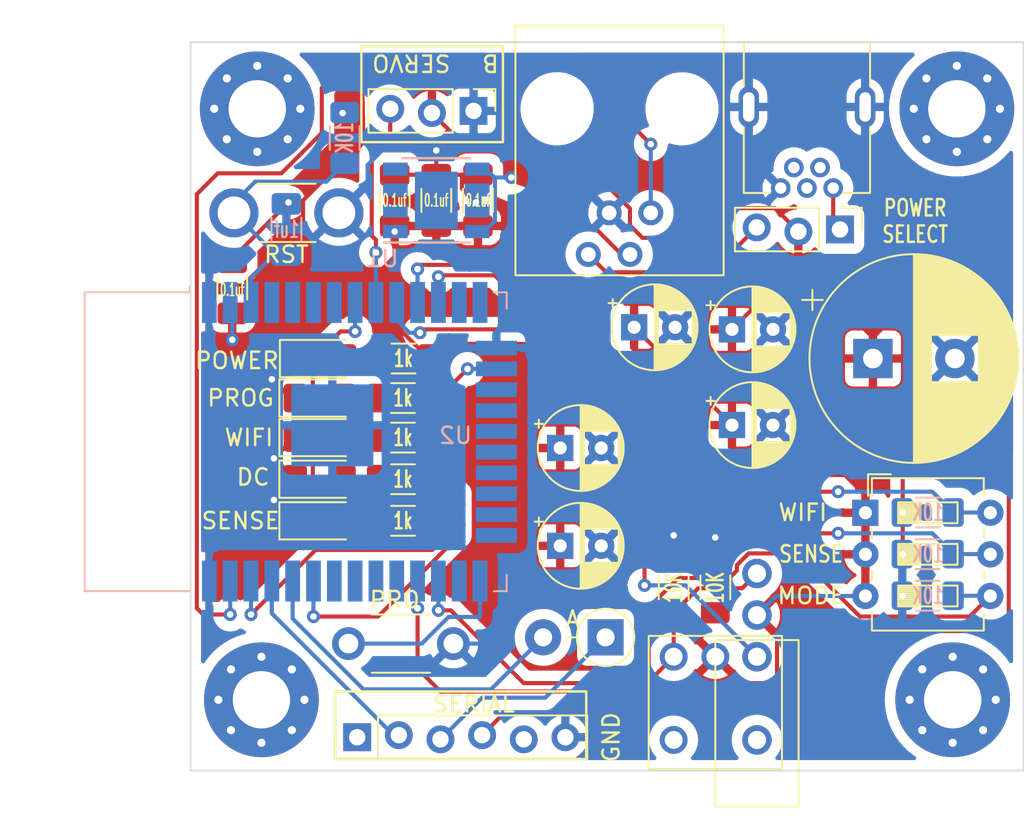
<source format=kicad_pcb>
(kicad_pcb (version 20211014) (generator pcbnew)
  (layers (0 "F.Cu" signal) (31 "B.Cu" signal) (34 "B.Paste" user) (35 "F.Paste" user) (36 "B.SilkS" user "B.Silkscreen") (37 "F.SilkS" user "F.Silkscreen") (38 "B.Mask" user) (39 "F.Mask" user) (44 "Edge.Cuts" user))
  (net 0 "")
  (net 1 "GND")
  (net 2 "Net-(D1-Pad2)")
  (net 3 "Net-(D2-Pad2)")
  (net 4 "Net-(D3-Pad2)")
  (net 5 "Net-(D4-Pad2)")
  (net 6 "Net-(D5-Pad2)")
  (net 7 "/RXD_5V")
  (net 8 "/RXD")
  (net 9 "+3.3V")
  (net 10 "/WIFI_STATUS")
  (net 11 "/DC_STATUS")
  (net 12 "/SENSE_LED")
  (net 13 "/GPIO_13")
  (net 14 "/MAN_ON")
  (net 15 "/MAN_OFF")
  (net 16 "/WIFI_E")
  (net 17 "/SENSE_E")
  (net 18 "/MODE")
  (net 19 "/RESET")
  (net 20 "VCC")
  (net 31 "/GPIO_0")
  (net 39 "/TXD")
  (net 41 "/SERVO")
  (net 44 "Net-(J3-Pad1)")
  (net 48 "/SENSE")
  (net 49 "Net-(J4-Pad4)")
  (footprint "LED_SMD:LED_1206_3216Metric_Pad1.42x1.75mm_HandSolder" (layer "F.Cu") (at 100.076 150.368)
    (fp_text reference "D4" hide)
    (fp_text value "LED")
  )
  (footprint "Resistor_SMD:R_1206_3216Metric_Pad1.30x1.75mm_HandSolder" (layer "F.Cu") (at 105.156 145.288)
    (fp_text reference "R2")
    (fp_text value "1k")
  )
  (footprint "Resistor_SMD:R_1206_3216Metric_Pad1.30x1.75mm_HandSolder" (layer "F.Cu") (at 121.666 154.432 90)
    (fp_text reference "R6" hide)
    (fp_text value "10K")
  )
  (footprint "Resistor_SMD:R_1206_3216Metric_Pad1.30x1.75mm_HandSolder" (layer "F.Cu") (at 105.18725 140.462)
    (fp_text reference "R1")
    (fp_text value "1k")
  )
  (footprint "Resistor_SMD:R_1206_3216Metric_Pad1.30x1.75mm_HandSolder" (layer "F.Cu") (at 124.206 154.432 90)
    (fp_text reference "R7" hide)
    (fp_text value "10K")
  )
  (footprint "00_Adams_footprints:BST13T1AVR" (layer "F.Cu") (at 126.746 158.662 90)
    (fp_text reference "SW2" hide)
    (fp_text value "SW_SPDT_MSM")
  )
  (footprint "LED_SMD:LED_1206_3216Metric_Pad1.42x1.75mm_HandSolder" (layer "F.Cu") (at 100.10725 140.462)
    (fp_text reference "D1" hide)
    (fp_text value "LED")
  )
  (footprint "00_Adams_footprints:PinHeader_1x03_0.1in lock" (layer "F.Cu") (at 109.459 125.349 -90)
    (fp_text reference "J1" hide)
    (fp_text value "Conn_01x03_Male")
  )
  (footprint "Resistor_SMD:R_1206_3216Metric_Pad1.30x1.75mm_HandSolder" (layer "F.Cu") (at 105.156 147.828)
    (fp_text reference "R3")
    (fp_text value "1k")
  )
  (footprint "projectLib:pb CKN12301-ND" (layer "F.Cu") (at 105.029 157.861 90)
    (fp_text reference "PROG1" hide)
    (fp_text value "SW_Push")
  )
  (footprint "Capacitor_SMD:C_1206_3216Metric_Pad1.33x1.80mm_HandSolder" (layer "F.Cu") (at 107.188 130.81 90)
    (fp_text reference "C6")
    (fp_text value "0.1uf")
  )
  (footprint "Capacitor_SMD:C_1206_3216Metric_Pad1.33x1.80mm_HandSolder" (layer "F.Cu") (at 109.728 130.81 90)
    (fp_text reference "C9")
    (fp_text value "0.1uf")
  )
  (footprint "projectLib:usb" (layer "F.Cu") (at 129.794 121.158 180)
    (fp_text reference "J3" hide)
    (fp_text value "USB_B_Micro" hide)
  )
  (footprint "MountingHole:MountingHole_3.5mm_Pad_Via" (layer "F.Cu") (at 138.684 161.29)
    (fp_text reference "REF**" hide)
    (fp_text value "MountingHole_3.5mm_Pad_Via" hide)
  )
  (footprint "MountingHole:MountingHole_3.5mm_Pad_Via" (layer "F.Cu") (at 138.938 125.222)
    (fp_text reference "REF**" hide)
    (fp_text value "MountingHole_3.5mm_Pad_Via" hide)
  )
  (footprint "Capacitor_THT:CP_Radial_D5.0mm_P2.50mm" (layer "F.Cu") (at 114.745888 151.892)
    (fp_text reference "C4" hide)
    (fp_text value "100uf")
  )
  (footprint "00_Adams_footprints:PinHeader_1x03_0.1in lock" (layer "F.Cu") (at 131.811 132.588 -90)
    (fp_text reference "J5" hide)
    (fp_text value "Conn_01x03_Male" hide)
  )
  (footprint "Capacitor_THT:CP_Radial_D5.0mm_P2.50mm" (layer "F.Cu") (at 125.222 138.684)
    (fp_text reference "C13" hide)
    (fp_text value "100uf")
  )
  (footprint "Capacitor_THT:CP_Radial_D5.0mm_P2.50mm" (layer "F.Cu") (at 114.745888 145.923)
    (fp_text reference "C3" hide)
    (fp_text value "100uf")
  )
  (footprint "MountingHole:MountingHole_3.5mm_Pad_Via" (layer "F.Cu") (at 96.266 125.222)
    (fp_text reference "REF**" hide)
    (fp_text value "MountingHole_3.5mm_Pad_Via" hide)
  )
  (footprint "00_Adams_footprints:PinHeader_1x06, .1in Lock" (layer "F.Cu") (at 102.362 163.576 90)
    (fp_text reference "J2" hide)
    (fp_text value "Conn_01x06_Male" hide)
  )
  (footprint "LED_SMD:LED_1206_3216Metric_Pad1.42x1.75mm_HandSolder" (layer "F.Cu") (at 100.076 142.875)
    (fp_text reference "D5" hide)
    (fp_text value "LED")
  )
  (footprint "Button_Switch_THT:SW_DIP_SPSTx03_Slide_6.7x9.18mm_W7.62mm_P2.54mm_LowProfile" (layer "F.Cu") (at 133.36 149.875)
    (fp_text reference "SW1" hide)
    (fp_text value "SW_DIP_x03")
  )
  (footprint "00_Adams_footprints:400AWMSP3R1BLKM6QE rocker" (layer "F.Cu") (at 126.746 158.662 90)
    (fp_text reference "SW4" hide)
    (fp_text value "SW_SPDT_MSM")
  )
  (footprint "Capacitor_SMD:C_1206_3216Metric_Pad1.33x1.80mm_HandSolder" (layer "F.Cu") (at 104.648 130.81 90)
    (fp_text reference "C7")
    (fp_text value "0.1uf")
  )
  (footprint "projectLib:pb CKN12301-ND" (layer "F.Cu") (at 98.044 131.572 90)
    (fp_text reference "RST1" hide)
    (fp_text value "SW_Push")
  )
  (footprint "Capacitor_SMD:C_1206_3216Metric_Pad1.33x1.80mm_HandSolder" (layer "F.Cu") (at 94.742 136.144 90)
    (fp_text reference "C2")
    (fp_text value "0.1uf")
  )
  (footprint "Diode_THT:D_DO-41_SOD81_P3.81mm_Vertical_AnodeUp" (layer "F.Cu") (at 117.511183 157.48 180)
    (fp_text reference "D6" hide)
    (fp_text value "D" hide)
  )
  (footprint "Resistor_SMD:R_1206_3216Metric_Pad1.30x1.75mm_HandSolder" (layer "F.Cu") (at 105.156 150.368)
    (fp_text reference "R4")
    (fp_text value "1k")
  )
  (footprint "Capacitor_THT:CP_Radial_D12.5mm_P5.00mm" (layer "F.Cu") (at 133.820041 140.462)
    (fp_text reference "C5" hide)
    (fp_text value "1000uf")
  )
  (footprint "Capacitor_THT:CP_Radial_D5.0mm_P2.50mm" (layer "F.Cu") (at 125.222 144.526)
    (fp_text reference "C1" hide)
    (fp_text value "100uf")
  )
  (footprint "LED_SMD:LED_1206_3216Metric_Pad1.42x1.75mm_HandSolder" (layer "F.Cu") (at 100.076 145.288)
    (fp_text reference "D2" hide)
    (fp_text value "LED")
  )
  (footprint "Capacitor_THT:CP_Radial_D5.0mm_P2.50mm" (layer "F.Cu") (at 119.253 138.557)
    (fp_text reference "C8" hide)
    (fp_text value "100uf")
  )
  (footprint "projectLib:modjack" (layer "F.Cu") (at 122.174 125.222 180)
    (fp_text reference "J4" hide)
    (fp_text value "RJ9")
  )
  (footprint "LED_SMD:LED_1206_3216Metric_Pad1.42x1.75mm_HandSolder" (layer "F.Cu") (at 100.076 147.828)
    (fp_text reference "D3" hide)
    (fp_text value "LED")
  )
  (footprint "Resistor_SMD:R_1206_3216Metric_Pad1.30x1.75mm_HandSolder" (layer "F.Cu") (at 105.156 142.875)
    (fp_text reference "R5")
    (fp_text value "1k")
  )
  (footprint "MountingHole:MountingHole_3.5mm_Pad_Via" (layer "F.Cu") (at 96.52 161.29)
    (fp_text reference "REF**" hide)
    (fp_text value "MountingHole_3.5mm_Pad_Via" hide)
  )
  (footprint "Capacitor_SMD:C_1206_3216Metric_Pad1.33x1.80mm_HandSolder" (layer "B.Cu") (at 98.044 132.588 -90)
    (fp_text reference "C11" hide)
    (fp_text value "1uf")
  )
  (footprint "Package_SO:Diodes_SO-8EP" (layer "B.Cu") (at 107.188 130.81)
    (fp_text reference "U1")
    (fp_text value "AP2112M-3.3")
  )
  (footprint "00_Adams_footprints:ESP32-WROOM-32" (layer "B.Cu") (at 101.6 145.542 -90)
    (fp_text reference "U2")
    (fp_text value "ESP32-WROOM-32D")
  )
  (footprint "Resistor_SMD:R_1206_3216Metric_Pad1.30x1.75mm_HandSolder" (layer "B.Cu") (at 137.16 149.86 180)
    (fp_text reference "R8" hide)
    (fp_text value "10K")
  )
  (footprint "Resistor_SMD:R_1206_3216Metric_Pad1.30x1.75mm_HandSolder" (layer "B.Cu") (at 137.16 154.94 180)
    (fp_text reference "R10" hide)
    (fp_text value "10K")
  )
  (footprint "Resistor_SMD:R_1206_3216Metric_Pad1.30x1.75mm_HandSolder" (layer "B.Cu") (at 137.16 152.4 180)
    (fp_text reference "R9" hide)
    (fp_text value "10K")
  )
  (footprint "Resistor_SMD:R_1206_3216Metric_Pad1.30x1.75mm_HandSolder" (layer "B.Cu") (at 101.6 127 90)
    (fp_text reference "R11" hide)
    (fp_text value "10K")
  )
  (gr_rect (start 101.032 164.906) (end 116.332 160.782) (layer "F.SilkS") (width 0.15) (fill none))
  (gr_rect (start 111.252 127.254) (end 102.616 121.412) (layer "F.SilkS") (width 0.15) (fill none))
  (gr_rect (start 92.202 121.158) (end 143.002 165.608) (layer "Edge.Cuts") (width 0.1) (fill none))
  (gr_text "POWER" (at 95.02725 140.589) (layer "F.SilkS") (effects (font (size 1 1))))
  (gr_text "SENSE" (at 95.25 150.368) (layer "F.SilkS") (effects (font (size 1 1))))
  (gr_text "MODE" (at 130.048 154.94) (layer "F.SilkS") (effects (font (size 1 1))))
  (gr_text "POWER\nSELECT" (at 136.398 132.08) (layer "F.SilkS") (effects (font (size 1 0.746))))
  (gr_text "SERVO" (at 105.664 122.428 180) (layer "F.SilkS") (effects (font (size 1 1))))
  (gr_text "B" (at 110.49 122.428 180) (layer "F.SilkS") (effects (font (size 1 1))))
  (gr_text "DC" (at 96.012 147.701) (layer "F.SilkS") (effects (font (size 1 1))))
  (gr_text "PROG" (at 95.25 142.875) (layer "F.SilkS") (effects (font (size 1 1))))
  (gr_text "RST" (at 98.044 134.112) (layer "F.SilkS") (effects (font (size 1 1))))
  (gr_text "WIFI" (at 129.54 149.86) (layer "F.SilkS") (effects (font (size 1 1))))
  (gr_text "GND" (at 117.856 163.576 90) (layer "F.SilkS") (effects (font (size 1 1))))
  (gr_text "WIFI" (at 95.758 145.288) (layer "F.SilkS") (effects (font (size 1 1))))
  (gr_text "SERIAL" (at 109.474 161.544) (layer "F.SilkS") (effects (font (size 1 1))))
  (gr_text "PRO" (at 104.648 155.194) (layer "F.SilkS") (effects (font (size 1 1))))
  (gr_text "SENSE" (at 130.048 152.4) (layer "F.SilkS") (effects (font (size 1 0.8128))))
  (segment (start 98.5885 145.288) (end 98.552 145.288) (width 0.25) (layer "F.Cu") (net 1))
  (segment (start 97.3185 146.558) (end 98.5885 147.828) (width 0.25) (layer "F.Cu") (net 1))
  (segment (start 98.5885 150.368) (end 98.552 150.368) (width 0.25) (layer "F.Cu") (net 1))
  (segment (start 98.425 140.462) (end 97.155 141.732) (width 0.25) (layer "F.Cu") (net 1))
  (segment (start 121.666 152.882) (end 121.666 151.257) (width 0.25) (layer "F.Cu") (net 1))
  (segment (start 109.474 129.2475) (end 108.7505 129.2475) (width 0.25) (layer "F.Cu") (net 1))
  (segment (start 98.61975 140.462) (end 98.425 140.462) (width 0.25) (layer "F.Cu") (net 1))
  (segment (start 108.7505 130.0865) (end 109.601 130.937) (width 0.25) (layer "F.Cu") (net 1))
  (segment (start 98.552 150.368) (end 97.282 149.098) (width 0.25) (layer "F.Cu") (net 1))
  (segment (start 135.636 152.4) (end 135.636 149.86) (width 0.25) (layer "F.Cu") (net 1))
  (segment (start 135.636 154.94) (end 135.636 152.4) (width 0.25) (layer "F.Cu") (net 1))
  (segment (start 108.7505 129.2475) (end 108.7505 130.0865) (width 0.25) (layer "F.Cu") (net 1))
  (segment (start 135.636 149.86) (end 135.636 143.646041) (width 0.25) (layer "F.Cu") (net 1))
  (segment (start 107.188 129.2475) (end 104.648 129.2475) (width 0.25) (layer "F.Cu") (net 1))
  (segment (start 98.298 142.875) (end 97.155 141.732) (width 0.25) (layer "F.Cu") (net 1))
  (segment (start 108.7505 129.2475) (end 107.188 129.2475) (width 0.25) (layer "F.Cu") (net 1))
  (segment (start 107.188 129.2475) (end 107.188 127.762) (width 0.25) (layer "F.Cu") (net 1))
  (segment (start 135.636 143.646041) (end 138.820041 140.462) (width 0.25) (layer "F.Cu") (net 1))
  (segment (start 97.282 146.558) (end 97.3185 146.558) (width 0.25) (layer "F.Cu") (net 1))
  (segment (start 94.742 134.366) (end 98.171 130.937) (width 0.25) (layer "F.Cu") (net 1))
  (segment (start 98.552 145.288) (end 97.282 146.558) (width 0.25) (layer "F.Cu") (net 1))
  (segment (start 98.5885 142.875) (end 98.298 142.875) (width 0.25) (layer "F.Cu") (net 1))
  (segment (start 94.742 134.5815) (end 94.742 134.366) (width 0.25) (layer "F.Cu") (net 1))
  (segment (start 124.206 152.882) (end 124.206 151.384) (width 0.25) (layer "F.Cu") (net 1))
  (via (at 98.171 130.937) (size 0.8) (drill 0.4) (layers "F.Cu" "B.Cu") (net 1))
  (via (at 135.636 149.86) (size 0.8) (drill 0.4) (layers "F.Cu" "B.Cu") (net 1))
  (via (at 97.282 146.558) (size 0.8) (drill 0.4) (layers "F.Cu" "B.Cu") (net 1))
  (via (at 97.282 149.098) (size 0.8) (drill 0.4) (layers "F.Cu" "B.Cu") (net 1))
  (via (at 121.666 151.257) (size 0.8) (drill 0.4) (layers "F.Cu" "B.Cu") (net 1))
  (via (at 135.636 152.4) (size 0.8) (drill 0.4) (layers "F.Cu" "B.Cu") (net 1))
  (via (at 135.636 154.94) (size 0.8) (drill 0.4) (layers "F.Cu" "B.Cu") (net 1))
  (via (at 124.206 151.384) (size 0.8) (drill 0.4) (layers "F.Cu" "B.Cu") (net 1))
  (via (at 97.155 141.732) (size 0.8) (drill 0.4) (layers "F.Cu" "B.Cu") (net 1))
  (via (at 109.601 130.937) (size 0.8) (drill 0.4) (layers "F.Cu" "B.Cu") (net 1))
  (via (at 107.188 127.762) (size 0.8) (drill 0.4) (layers "F.Cu" "B.Cu") (net 1))
  (segment (start 107.188 127.762) (end 103.886 127.762) (width 0.25) (layer "B.Cu") (net 1))
  (segment (start 102.768 130.048) (end 101.244 131.572) (width 0.25) (layer "B.Cu") (net 1))
  (segment (start 108.229 157.861) (end 109.855 157.861) (width 0.25) (layer "B.Cu") (net 1))
  (segment (start 114.070888 155.067) (end 117.245888 151.892) (width 0.25) (layer "B.Cu") (net 1))
  (segment (start 135.61 154.94) (end 135.636 154.94) (width 0.25) (layer "B.Cu") (net 1))
  (segment (start 102.997 130.048) (end 102.768 130.048) (width 0.25) (layer "B.Cu") (net 1))
  (segment (start 102.997 128.651) (end 102.997 130.048) (width 0.25) (layer "B.Cu") (net 1))
  (segment (start 112.649 155.067) (end 114.070888 155.067) (width 0.25) (layer "B.Cu") (net 1))
  (segment (start 103.886 127.762) (end 102.997 128.651) (width 0.25) (layer "B.Cu") (net 1))
  (segment (start 109.855 157.861) (end 112.649 155.067) (width 0.25) (layer "B.Cu") (net 1))
  (segment (start 101.59475 140.462) (end 103.63725 140.462) (width 0.25) (layer "F.Cu") (net 2))
  (segment (start 101.5635 145.288) (end 103.606 145.288) (width 0.25) (layer "F.Cu") (net 3))
  (segment (start 101.5635 147.828) (end 103.606 147.828) (width 0.25) (layer "F.Cu") (net 4))
  (segment (start 103.606 150.368) (end 101.5635 150.368) (width 0.25) (layer "F.Cu") (net 5))
  (segment (start 103.606 142.875) (end 101.5635 142.875) (width 0.25) (layer "F.Cu") (net 6))
  (segment (start 109.982 161.163) (end 113.828183 161.163) (width 0.25) (layer "B.Cu") (net 7))
  (segment (start 107.442 163.703) (end 109.982 161.163) (width 0.25) (layer "B.Cu") (net 7))
  (segment (start 113.828183 161.163) (end 117.511183 157.48) (width 0.25) (layer "B.Cu") (net 7))
  (segment (start 110.526183 160.655) (end 113.701183 157.48) (width 0.25) (layer "B.Cu") (net 8))
  (segment (start 98.425 154.042) (end 98.425 156.337) (width 0.25) (layer "B.Cu") (net 8))
  (segment (start 98.425 156.337) (end 102.743 160.655) (width 0.25) (layer "B.Cu") (net 8))
  (segment (start 102.743 160.655) (end 110.526183 160.655) (width 0.25) (layer "B.Cu") (net 8))
  (segment (start 101.473 129.22006) (end 100.64994 129.22006) (width 0.25) (layer "F.Cu") (net 9))
  (segment (start 94.742 136.652) (end 94.742 137.7065) (width 0.25) (layer "F.Cu") (net 9))
  (segment (start 104.14 134.747) (end 103.886 135.001) (width 0.25) (layer "F.Cu") (net 9))
  (segment (start 133.36 148.825) (end 132.109 147.574) (width 0.25) (layer "F.Cu") (net 9))
  (segment (start 99.06 130.81) (end 99.06 134.747) (width 0.25) (layer "F.Cu") (net 9))
  (segment (start 133.36 149.875) (end 133.36 154.955) (width 0.25) (layer "F.Cu") (net 9))
  (segment (start 107.188 132.3725) (end 109.474 132.3725) (width 0.25) (layer "F.Cu") (net 9))
  (segment (start 126.746 156.122) (end 127.971 157.347) (width 0.25) (layer "F.Cu") (net 9))
  (segment (start 103.886 135.001) (end 103.886 137.61075) (width 0.25) (layer "F.Cu") (net 9))
  (segment (start 127.971 159.811) (end 127.508 160.274) (width 0.25) (layer "F.Cu") (net 9))
  (segment (start 104.648 132.715) (end 104.648 134.239) (width 0.25) (layer "F.Cu") (net 9))
  (segment (start 112.6105 134.7085) (end 112.6105 132.3725) (width 0.25) (layer "F.Cu") (net 9))
  (segment (start 125.818 160.274) (end 124.206 158.662) (width 0.25) (layer "F.Cu") (net 9))
  (segment (start 133.36 149.875) (end 133.36 148.825) (width 0.25) (layer "F.Cu") (net 9))
  (segment (start 112.649 134.747) (end 112.6105 134.7085) (width 0.25) (layer "F.Cu") (net 9))
  (segment (start 112.6105 132.3725) (end 116.7515 132.3725) (width 0.25) (layer "F.Cu") (net 9))
  (segment (start 127.971 157.347) (end 127.971 159.811) (width 0.25) (layer "F.Cu") (net 9))
  (segment (start 104.648 132.715) (end 104.648 132.461) (width 0.25) (layer "F.Cu") (net 9))
  (segment (start 118.491 134.112) (end 118.999 134.112) (width 0.25) (layer "F.Cu") (net 9))
  (segment (start 112.649 135.001) (end 112.649 134.747) (width 0.25) (layer "F.Cu") (net 9))
  (segment (start 103.886 135.001) (end 99.314 135.001) (width 0.25) (layer "F.Cu") (net 9))
  (segment (start 99.314 135.001) (end 99.06 134.747) (width 0.25) (layer "F.Cu") (net 9))
  (segment (start 132.109 147.574) (end 125.222 147.574) (width 0.25) (layer "F.Cu") (net 9))
  (segment (start 116.7515 132.3725) (end 118.491 134.112) (width 0.25) (layer "F.Cu") (net 9))
  (segment (start 104.648 134.239) (end 104.14 134.747) (width 0.25) (layer "F.Cu") (net 9))
  (segment (start 104.648 132.715) (end 104.648 132.3725) (width 0.25) (layer "F.Cu") (net 9))
  (segment (start 99.06 134.747) (end 96.647 134.747) (width 0.25) (layer "F.Cu") (net 9))
  (segment (start 103.886 137.61075) (end 106.73725 140.462) (width 0.25) (layer "F.Cu") (net 9))
  (segment (start 125.222 147.574) (end 112.649 135.001) (width 0.25) (layer "F.Cu") (net 9))
  (segment (start 100.64994 129.22006) (end 99.06 130.81) (width 0.25) (layer "F.Cu") (net 9))
  (segment (start 94.742 137.7065) (end 94.742 139.319) (width 0.25) (layer "F.Cu") (net 9))
  (segment (start 127.508 160.274) (end 125.818 160.274) (width 0.25) (layer "F.Cu") (net 9))
  (segment (start 101.473 125.476) (end 101.473 129.22006) (width 0.25) (layer "F.Cu") (net 9))
  (segment (start 104.648 132.3725) (end 107.188 132.3725) (width 0.25) (layer "F.Cu") (net 9))
  (segment (start 109.474 132.3725) (end 112.6105 132.3725) (width 0.25) (layer "F.Cu") (net 9))
  (segment (start 96.647 134.747) (end 94.742 136.652) (width 0.25) (layer "F.Cu") (net 9))
  (via (at 101.473 125.476) (size 0.8) (drill 0.4) (layers "F.Cu" "B.Cu") (net 9))
  (via (at 104.648 132.715) (size 0.8) (drill 0.4) (layers "F.Cu" "B.Cu") (net 9))
  (via (at 94.742 139.319) (size 0.8) (drill 0.4) (layers "F.Cu" "B.Cu") (net 9))
  (segment (start 94.742 137.169) (end 94.615 137.042) (width 0.25) (layer "B.Cu") (net 9))
  (segment (start 94.742 139.319) (end 94.742 137.169) (width 0.25) (layer "B.Cu") (net 9))
  (segment (start 127.913 154.955) (end 126.746 156.122) (width 0.25) (layer "B.Cu") (net 9))
  (segment (start 104.6905 132.715) (end 104.648 132.715) (width 0.25) (layer "B.Cu") (net 9))
  (segment (start 133.36 154.955) (end 127.913 154.955) (width 0.25) (layer "B.Cu") (net 9))
  (segment (start 105.664 148.717) (end 106.045 149.098) (width 0.25) (layer "F.Cu") (net 10))
  (segment (start 106.706 145.288) (end 105.664 146.33) (width 0.25) (layer "F.Cu") (net 10))
  (segment (start 107.95 149.479) (end 107.95 151.13) (width 0.25) (layer "F.Cu") (net 10))
  (segment (start 107.569 149.098) (end 107.95 149.479) (width 0.25) (layer "F.Cu") (net 10))
  (segment (start 107.95 151.13) (end 106.934 152.146) (width 0.25) (layer "F.Cu") (net 10))
  (segment (start 106.934 152.146) (end 99.822 152.146) (width 0.25) (layer "F.Cu") (net 10))
  (segment (start 105.664 146.33) (end 105.664 148.717) (width 0.25) (layer "F.Cu") (net 10))
  (segment (start 106.045 149.098) (end 107.569 149.098) (width 0.25) (layer "F.Cu") (net 10))
  (segment (start 99.822 152.146) (end 95.885 156.083) (width 0.25) (layer "F.Cu") (net 10))
  (via (at 95.885 156.083) (size 0.8) (drill 0.4) (layers "F.Cu" "B.Cu") (net 10))
  (segment (start 95.885 154.042) (end 95.885 155.829) (width 0.25) (layer "B.Cu") (net 10))
  (segment (start 95.885 155.829) (end 95.885 156.083) (width 0.25) (layer "B.Cu") (net 10))
  (segment (start 108.585 148.717) (end 107.696 147.828) (width 0.25) (layer "F.Cu") (net 11))
  (segment (start 99.695 156.21) (end 103.632 156.21) (width 0.25) (layer "F.Cu") (net 11))
  (segment (start 107.696 147.828) (end 106.706 147.828) (width 0.25) (layer "F.Cu") (net 11))
  (segment (start 108.585 151.257) (end 108.585 148.717) (width 0.25) (layer "F.Cu") (net 11))
  (segment (start 103.632 156.21) (end 108.585 151.257) (width 0.25) (layer "F.Cu") (net 11))
  (via (at 99.695 156.21) (size 0.8) (drill 0.4) (layers "F.Cu" "B.Cu") (net 11))
  (segment (start 99.695 155.956) (end 99.695 156.21) (width 0.25) (layer "B.Cu") (net 11))
  (segment (start 99.695 154.042) (end 99.695 155.956) (width 0.25) (layer "B.Cu") (net 11))
  (segment (start 99.65725 147.91725) (end 100.908 149.168) (width 0.25) (layer "F.Cu") (net 12))
  (segment (start 106.426 150.368) (end 106.706 150.368) (width 0.25) (layer "F.Cu") (net 12))
  (segment (start 100.908 149.168) (end 105.226 149.168) (width 0.25) (layer "F.Cu") (net 12))
  (segment (start 101.345078 138.811) (end 99.65725 140.498828) (width 0.25) (layer "F.Cu") (net 12))
  (segment (start 102.235 138.811) (end 101.345078 138.811) (width 0.25) (layer "F.Cu") (net 12))
  (segment (start 105.226 149.168) (end 106.426 150.368) (width 0.25) (layer "F.Cu") (net 12))
  (segment (start 99.65725 140.498828) (end 99.65725 147.91725) (width 0.25) (layer "F.Cu") (net 12))
  (via (at 102.235 138.811) (size 0.8) (drill 0.4) (layers "F.Cu" "B.Cu") (net 12))
  (segment (start 102.235 137.042) (end 102.235 138.811) (width 0.25) (layer "B.Cu") (net 12))
  (segment (start 107.315 142.875) (end 106.706 142.875) (width 0.25) (layer "F.Cu") (net 13))
  (segment (start 109.093 141.097) (end 107.315 142.875) (width 0.25) (layer "F.Cu") (net 13))
  (via (at 109.093 141.097) (size 0.8) (drill 0.4) (layers "F.Cu" "B.Cu") (net 13))
  (segment (start 110.855 141.097) (end 109.093 141.097) (width 0.25) (layer "B.Cu") (net 13))
  (segment (start 121.666 155.982) (end 121.666 158.662) (width 0.25) (layer "F.Cu") (net 14))
  (segment (start 107.442 160.782) (end 106.045 159.385) (width 0.25) (layer "F.Cu") (net 14))
  (segment (start 121.666 158.662) (end 119.546 160.782) (width 0.25) (layer "F.Cu") (net 14))
  (segment (start 123.166 154.482) (end 125.846 154.482) (width 0.25) (layer "F.Cu") (net 14))
  (segment (start 106.045 159.385) (end 106.045 155.702) (width 0.25) (layer "F.Cu") (net 14))
  (segment (start 121.666 155.982) (end 123.166 154.482) (width 0.25) (layer "F.Cu") (net 14))
  (segment (start 119.546 160.782) (end 107.442 160.782) (width 0.25) (layer "F.Cu") (net 14))
  (segment (start 125.846 154.482) (end 126.746 153.582) (width 0.25) (layer "F.Cu") (net 14))
  (via (at 106.045 155.702) (size 0.8) (drill 0.4) (layers "F.Cu" "B.Cu") (net 14))
  (via (at 106.045 155.702) (size 0.8) (drill 0.4) (layers "F.Cu" "B.Cu") (net 14))
  (segment (start 106.045 154.042) (end 106.045 155.702) (width 0.25) (layer "B.Cu") (net 14))
  (segment (start 124.206 156.122) (end 126.746 158.662) (width 0.25) (layer "F.Cu") (net 15))
  (segment (start 112.903 138.684) (end 106.045 138.684) (width 0.25) (layer "F.Cu") (net 15))
  (segment (start 124.206 155.982) (end 124.206 156.122) (width 0.25) (layer "F.Cu") (net 15))
  (segment (start 119.888 145.669) (end 112.903 138.684) (width 0.25) (layer "F.Cu") (net 15))
  (segment (start 119.888 154.305) (end 119.888 145.669) (width 0.25) (layer "F.Cu") (net 15))
  (segment (start 106.045 138.684) (end 106.045 138.745152) (width 0.25) (layer "F.Cu") (net 15))
  (segment (start 106.045 138.745152) (end 106.191348 138.8915) (width 0.25) (layer "F.Cu") (net 15))
  (via (at 119.888 154.305) (size 0.8) (drill 0.4) (layers "F.Cu" "B.Cu") (net 15))
  (via (at 106.191348 138.8915) (size 0.8) (drill 0.4) (layers "F.Cu" "B.Cu") (net 15))
  (segment (start 106.191348 138.8915) (end 105.5445 138.8915) (width 0.25) (layer "B.Cu") (net 15))
  (segment (start 105.5445 138.8915) (end 104.775 138.122) (width 0.25) (layer "B.Cu") (net 15))
  (segment (start 122.389 154.305) (end 119.888 154.305) (width 0.25) (layer "B.Cu") (net 15))
  (segment (start 104.775 138.122) (end 104.775 137.042) (width 0.25) (layer "B.Cu") (net 15))
  (segment (start 126.746 158.662) (end 122.389 154.305) (width 0.25) (layer "B.Cu") (net 15))
  (segment (start 110.998 134.747) (end 106.299 134.747) (width 0.25) (layer "F.Cu") (net 16))
  (segment (start 131.699 148.59) (end 124.841 148.59) (width 0.25) (layer "F.Cu") (net 16))
  (segment (start 124.841 148.59) (end 110.998 134.747) (width 0.25) (layer "F.Cu") (net 16))
  (segment (start 106.299 134.747) (end 106.045 135.001) (width 0.25) (layer "F.Cu") (net 16))
  (via (at 106.045 135.001) (size 0.8) (drill 0.4) (layers "F.Cu" "B.Cu") (net 16))
  (via (at 131.699 148.59) (size 0.8) (drill 0.4) (layers "F.Cu" "B.Cu") (net 16))
  (segment (start 138.71 149.86) (end 140.965 149.86) (width 0.25) (layer "B.Cu") (net 16))
  (segment (start 140.965 149.86) (end 140.98 149.875) (width 0.25) (layer "B.Cu") (net 16))
  (segment (start 137.44 148.59) (end 131.699 148.59) (width 0.25) (layer "B.Cu") (net 16))
  (segment (start 106.045 135.001) (end 106.045 137.042) (width 0.25) (layer "B.Cu") (net 16))
  (segment (start 138.71 149.86) (end 137.44 148.59) (width 0.25) (layer "B.Cu") (net 16))
  (segment (start 107.315 135.382) (end 107.315 135.4715) (width 0.25) (layer "F.Cu") (net 17))
  (segment (start 126.492 151.13) (end 110.744 135.382) (width 0.25) (layer "F.Cu") (net 17))
  (segment (start 110.744 135.382) (end 107.315 135.382) (width 0.25) (layer "F.Cu") (net 17))
  (segment (start 131.699 151.13) (end 126.492 151.13) (width 0.25) (layer "F.Cu") (net 17))
  (via (at 107.315 135.4715) (size 0.8) (drill 0.4) (layers "F.Cu" "B.Cu") (net 17))
  (via (at 131.699 151.13) (size 0.8) (drill 0.4) (layers "F.Cu" "B.Cu") (net 17))
  (segment (start 138.71 152.4) (end 137.44 151.13) (width 0.25) (layer "B.Cu") (net 17))
  (segment (start 137.44 151.13) (end 131.699 151.13) (width 0.25) (layer "B.Cu") (net 17))
  (segment (start 107.315 135.4715) (end 107.315 137.042) (width 0.25) (layer "B.Cu") (net 17))
  (segment (start 138.71 152.4) (end 140.965 152.4) (width 0.25) (layer "B.Cu") (net 17))
  (segment (start 140.965 152.4) (end 140.98 152.415) (width 0.25) (layer "B.Cu") (net 17))
  (segment (start 125.521 153.074588) (end 126.238588 152.357) (width 0.25) (layer "F.Cu") (net 18))
  (segment (start 125.521 153.405173) (end 125.521 153.074588) (width 0.25) (layer "F.Cu") (net 18))
  (segment (start 120.142 155.667827) (end 121.952827 153.857) (width 0.25) (layer "F.Cu") (net 18))
  (segment (start 112.515833 160.274) (end 119.126 160.274) (width 0.25) (layer "F.Cu") (net 18))
  (segment (start 107.315 155.829) (end 108.070833 155.829) (width 0.25) (layer "F.Cu") (net 18))
  (segment (start 121.952827 153.857) (end 125.069173 153.857) (width 0.25) (layer "F.Cu") (net 18))
  (segment (start 120.142 159.258) (end 120.142 155.667827) (width 0.25) (layer "F.Cu") (net 18))
  (segment (start 133.024009 156.21) (end 139.725 156.21) (width 0.25) (layer "F.Cu") (net 18))
  (segment (start 139.725 156.21) (end 140.98 154.955) (width 0.25) (layer "F.Cu") (net 18))
  (segment (start 126.238588 152.357) (end 129.171009 152.357) (width 0.25) (layer "F.Cu") (net 18))
  (segment (start 108.070833 155.829) (end 112.515833 160.274) (width 0.25) (layer "F.Cu") (net 18))
  (segment (start 119.126 160.274) (end 120.142 159.258) (width 0.25) (layer "F.Cu") (net 18))
  (segment (start 125.069173 153.857) (end 125.521 153.405173) (width 0.25) (layer "F.Cu") (net 18))
  (segment (start 129.171009 152.357) (end 133.024009 156.21) (width 0.25) (layer "F.Cu") (net 18))
  (via (at 107.315 155.829) (size 0.8) (drill 0.4) (layers "F.Cu" "B.Cu") (net 18))
  (segment (start 140.965 154.94) (end 140.98 154.955) (width 0.25) (layer "B.Cu") (net 18))
  (segment (start 138.71 154.94) (end 140.965 154.94) (width 0.25) (layer "B.Cu") (net 18))
  (segment (start 107.315 155.829) (end 107.315 154.042) (width 0.25) (layer "B.Cu") (net 18))
  (segment (start 98.044 134.1505) (end 97.2765 134.1505) (width 0.25) (layer "B.Cu") (net 19))
  (segment (start 95.885 135.542) (end 95.885 137.042) (width 0.25) (layer "B.Cu") (net 19))
  (segment (start 97.2765 134.1505) (end 95.885 135.542) (width 0.25) (layer "B.Cu") (net 19))
  (segment (start 101.6 128.55) (end 100.483 129.667) (width 0.25) (layer "B.Cu") (net 19))
  (segment (start 98.044 134.1505) (end 97.4225 134.1505) (width 0.25) (layer "B.Cu") (net 19))
  (segment (start 94.844 130.962) (end 94.844 131.572) (width 0.25) (layer "B.Cu") (net 19))
  (segment (start 96.139 129.667) (end 94.844 130.962) (width 0.25) (layer "B.Cu") (net 19))
  (segment (start 100.483 129.667) (end 96.139 129.667) (width 0.25) (layer "B.Cu") (net 19))
  (segment (start 97.4225 134.1505) (end 94.844 131.572) (width 0.25) (layer "B.Cu") (net 19))
  (segment (start 118.999 131.304749) (end 117.107251 129.413) (width 0.25) (layer "F.Cu") (net 20))
  (segment (start 111.76 129.413) (end 111.76 128.778) (width 0.25) (layer "F.Cu") (net 20))
  (segment (start 129.271 132.715) (end 129.271 134.635) (width 0.25) (layer "F.Cu") (net 20))
  (segment (start 117.107251 129.413) (end 111.887 129.413) (width 0.25) (layer "F.Cu") (net 20))
  (segment (start 125.222 144.526) (end 125.222 138.684) (width 0.25) (layer "F.Cu") (net 20))
  (segment (start 142.105 140.327) (end 139.7 137.922) (width 0.25) (layer "F.Cu") (net 20))
  (segment (start 118.999 132.334) (end 118.999 131.304749) (width 0.25) (layer "F.Cu") (net 20))
  (segment (start 111.364443 162.066557) (end 131.430443 162.066557) (width 0.25) (layer "F.Cu") (net 20))
  (segment (start 109.982 163.449) (end 111.364443 162.066557) (width 0.25) (layer "F.Cu") (net 20))
  (segment (start 122.714 131.286) (end 120.904 133.096) (width 0.25) (layer "F.Cu") (net 20))
  (segment (start 111.887 129.413) (end 111.76 129.413) (width 0.25) (layer "F.Cu") (net 20))
  (segment (start 131.430443 162.066557) (end 136.398 157.099) (width 0.25) (layer "F.Cu") (net 20))
  (segment (start 119.761 133.096) (end 118.999 132.334) (width 0.25) (layer "F.Cu") (net 20))
  (segment (start 139.7 137.922) (end 135.082082 137.922) (width 0.25) (layer "F.Cu") (net 20))
  (segment (start 129.271 134.635) (end 125.222 138.684) (width 0.25) (layer "F.Cu") (net 20))
  (segment (start 110.236 127.254) (end 108.697 127.254) (width 0.25) (layer "F.Cu") (net 20))
  (segment (start 111.76 128.778) (end 110.236 127.254) (width 0.25) (layer "F.Cu") (net 20))
  (segment (start 141.084602 157.099) (end 142.105 156.078602) (width 0.25) (layer "F.Cu") (net 20))
  (segment (start 120.904 133.096) (end 119.761 133.096) (width 0.25) (layer "F.Cu") (net 20))
  (segment (start 142.105 156.078602) (end 142.105 140.327) (width 0.25) (layer "F.Cu") (net 20))
  (segment (start 133.820041 140.462) (end 133.820041 139.184041) (width 0.25) (layer "F.Cu") (net 20))
  (segment (start 129.271 132.715) (end 127.842 131.286) (width 0.25) (layer "F.Cu") (net 20))
  (segment (start 135.082082 137.922) (end 133.820041 139.184041) (width 0.25) (layer "F.Cu") (net 20))
  (segment (start 108.697 127.254) (end 106.919 125.476) (width 0.25) (layer "F.Cu") (net 20))
  (segment (start 133.820041 139.184041) (end 129.271 134.635) (width 0.25) (layer "F.Cu") (net 20))
  (segment (start 136.398 157.099) (end 141.084602 157.099) (width 0.25) (layer "F.Cu") (net 20))
  (segment (start 127.842 131.286) (end 122.714 131.286) (width 0.25) (layer "F.Cu") (net 20))
  (segment (start 125.222 144.526) (end 119.253 138.557) (width 0.25) (layer "F.Cu") (net 20))
  (via (at 111.76 129.413) (size 0.8) (drill 0.4) (layers "F.Cu" "B.Cu") (net 20))
  (segment (start 110.219 128.905) (end 110.763 129.449) (width 0.25) (layer "B.Cu") (net 20))
  (segment (start 111.76 129.413) (end 110.799 129.413) (width 0.25) (layer "B.Cu") (net 20))
  (segment (start 109.6855 128.905) (end 110.219 128.905) (width 0.25) (layer "B.Cu") (net 20))
  (segment (start 110.109 132.715) (end 109.6855 132.715) (width 0.25) (layer "B.Cu") (net 20))
  (segment (start 110.763 129.449) (end 110.763 132.061) (width 0.25) (layer "B.Cu") (net 20))
  (segment (start 110.763 132.061) (end 110.109 132.715) (width 0.25) (layer "B.Cu") (net 20))
  (segment (start 110.799 129.413) (end 110.763 129.449) (width 0.25) (layer "B.Cu") (net 20))
  (segment (start 106.308305 157.861) (end 101.829 157.861) (width 0.25) (layer "B.Cu") (net 31))
  (segment (start 107.934305 156.235) (end 106.308305 157.861) (width 0.25) (layer "B.Cu") (net 31))
  (segment (start 109.855 154.042) (end 109.855 156.235) (width 0.25) (layer "B.Cu") (net 31))
  (segment (start 109.855 156.235) (end 107.934305 156.235) (width 0.25) (layer "B.Cu") (net 31))
  (segment (start 97.155 156.0195) (end 104.5845 163.449) (width 0.25) (layer "B.Cu") (net 39))
  (segment (start 104.5845 163.449) (end 104.902 163.449) (width 0.25) (layer "B.Cu") (net 39))
  (segment (start 97.155 154.042) (end 97.155 156.0195) (width 0.25) (layer "B.Cu") (net 39))
  (segment (start 103.505 133.223) (end 103.251 132.969) (width 0.25) (layer "F.Cu") (net 41))
  (segment (start 103.251 128.016) (end 104.379 126.888) (width 0.25) (layer "F.Cu") (net 41))
  (segment (start 104.379 126.888) (end 104.379 125.222) (width 0.25) (layer "F.Cu") (net 41))
  (segment (start 103.505 133.985) (end 103.505 133.223) (width 0.25) (layer "F.Cu") (net 41))
  (segment (start 103.251 132.969) (end 103.251 128.016) (width 0.25) (layer "F.Cu") (net 41))
  (via (at 103.505 133.985) (size 0.8) (drill 0.4) (layers "F.Cu" "B.Cu") (net 41))
  (segment (start 103.505 137.042) (end 103.505 133.985) (width 0.25) (layer "B.Cu") (net 41))
  (segment (start 131.394 132.171) (end 131.811 132.588) (width 0.25) (layer "F.Cu") (net 44))
  (segment (start 131.394 130.058) (end 131.394 132.171) (width 0.25) (layer "F.Cu") (net 44))
  (segment (start 92.583 130.429) (end 93.853 129.159) (width 0.25) (layer "F.Cu") (net 48))
  (segment (start 100.203 126.694367) (end 100.203 123.952) (width 0.25) (layer "F.Cu") (net 48))
  (segment (start 100.203 123.952) (end 101.727 122.428) (width 0.25) (layer "F.Cu") (net 48))
  (segment (start 93.853 129.159) (end 97.738367 129.159) (width 0.25) (layer "F.Cu") (net 48))
  (segment (start 115.316 122.428) (end 120.269 127.381) (width 0.25) (layer "F.Cu") (net 48))
  (segment (start 92.964 156.083) (end 92.583 155.702) (width 0.25) (layer "F.Cu") (net 48))
  (segment (start 92.583 155.702) (end 92.583 130.429) (width 0.25) (layer "F.Cu") (net 48))
  (segment (start 94.615 156.083) (end 92.964 156.083) (width 0.25) (layer "F.Cu") (net 48))
  (segment (start 97.738367 129.159) (end 100.203 126.694367) (width 0.25) (layer "F.Cu") (net 48))
  (segment (start 101.727 122.428) (end 115.316 122.428) (width 0.25) (layer "F.Cu") (net 48))
  (via (at 94.615 156.083) (size 0.8) (drill 0.4) (layers "F.Cu" "B.Cu") (net 48))
  (via (at 120.269 127.381) (size 0.8) (drill 0.4) (layers "F.Cu" "B.Cu") (net 48))
  (segment (start 94.615 154.042) (end 94.615 156.083) (width 0.25) (layer "B.Cu") (net 48))
  (segment (start 120.269 127.381) (end 120.269 131.572) (width 0.25) (layer "B.Cu") (net 48))
  (segment (start 123.993 135.199) (end 126.731 132.461) (width 0.25) (layer "F.Cu") (net 49))
  (segment (start 116.459 134.112) (end 117.546 135.199) (width 0.25) (layer "F.Cu") (net 49))
  (segment (start 117.546 135.199) (end 123.993 135.199) (width 0.25) (layer "F.Cu") (net 49))
  (zone (net 20) (net_name "VCC") (layer "F.Cu") (connect_pads (clearance 0.635)) (min_thickness 0.254) (fill yes (thermal_gap 0.508) (thermal_bridge_width 0.508))
    (polygon (pts (xy 142.875 146.304) (xy 125.476 146.431) (xy 117.729 138.557) (xy 120.904 133.096) (xy 119.126 132.334) (xy 111.633 129.667) (xy 104.394 126.873) (xy 104.394 121.158) (xy 142.875 121.158)))
  )
  (zone (net 9) (net_name "+3.3V") (layer "F.Cu") (connect_pads (clearance 0.635)) (min_thickness 0.254) (fill yes (thermal_gap 0.508) (thermal_bridge_width 0.508))
    (polygon (pts (xy 102.87 127.127) (xy 118.999 134.112) (xy 115.824 138.176) (xy 125.222 147.574) (xy 129.286 147.574) (xy 143.002 147.574) (xy 143.002 165.481) (xy 92.202 165.481) (xy 92.202 121.158) (xy 102.743 121.158)))
  )
  (zone (net 1) (net_name "GND") (layer "B.Cu") (connect_pads (clearance 0.635)) (min_thickness 0.254) (fill yes (thermal_gap 0.508) (thermal_bridge_width 0.508))
    (polygon (pts (xy 143.002 165.481) (xy 92.329 165.481) (xy 92.202 121.158) (xy 142.875 121.158)))
  )
)
</source>
